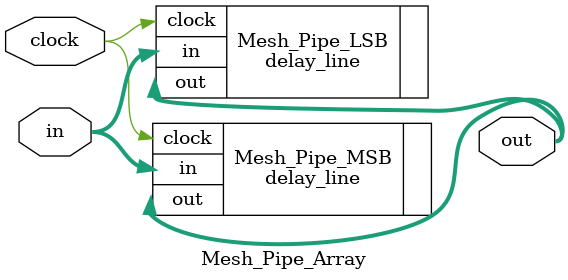
<source format=v>

module Mesh_Pipe_Array
#(
    parameter       LSB_PIPE_DEPTH      = 0,
    parameter       MID_PIPE_DEPTH      = 0,
    parameter       MSB_PIPE_DEPTH      = 0,
    parameter       WIDTH               = 0,
    parameter       PIPE_ARRAY_SIZE     = 0
)
(
    input   wire                                        clock,
    input   wire    [(WIDTH * PIPE_ARRAY_SIZE)-1:0]     in,
    output  wire    [(WIDTH * PIPE_ARRAY_SIZE)-1:0]     out

);
    localparam  LSB_START = 0;
    localparam  LSB_END   = LSB_START + WIDTH  - 1;
    localparam  MID_START = LSB_END   + 1;
    localparam  MID_COUNT = PIPE_ARRAY_SIZE    - 2;
    localparam  MID_END   = MID_START + (WIDTH * MID_COUNT) - 1;
    localparam  MSB_START = MID_END   + 1;
    localparam  MSB_END   = MSB_START + WIDTH  - 1;

    delay_line
    #(  
        .DEPTH  (LSB_PIPE_DEPTH),
        .WIDTH  (WIDTH)
    )
    Mesh_Pipe_LSB 
    (   
        .clock  (clock),
        .in     (in [LSB_END:LSB_START]),
        .out    (out[LSB_END:LSB_START])
    );  

    generate
        if (MID_COUNT > 0) begin
            delay_line
            #(  
                .DEPTH  (MID_PIPE_DEPTH),
                .WIDTH  (WIDTH)
            )
            Mesh_Pipe_MID    [MID_COUNT-1:0] 
            (   
                .clock  (clock),
                .in     (in [MID_END:MID_START]),
                .out    (out[MID_END:MID_START])
            );
        end
    endgenerate

    delay_line
    #(  
        .DEPTH  (MSB_PIPE_DEPTH),
        .WIDTH  (WIDTH)
    )
    Mesh_Pipe_MSB 
    (   
        .clock  (clock),
        .in     (in [MSB_END:MSB_START]),
        .out    (out[MSB_END:MSB_START])
    );  
endmodule


</source>
